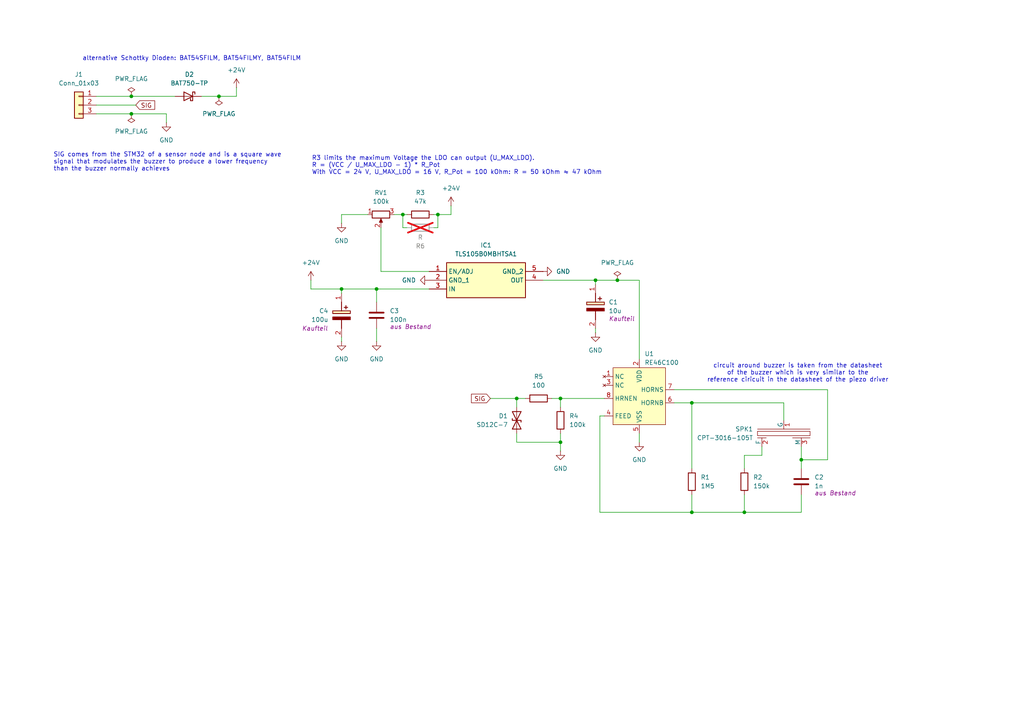
<source format=kicad_sch>
(kicad_sch (version 20231120) (generator "eeschema") (generator_version "8.0")
  (paper "A4")
  (title_block (title "Soundbox") (date "2024-12-04") (rev "FT25 v1.0") (company "FaSTTUBe"))
  (lib_symbols
    (symbol "Connector_Generic:Conn_01x03" (pin_names (offset 1.016) hide)
      (property "Reference" "J" (at 0 5.08 0))
      (property "Value" "Conn_01x03" (at 0 -5.08 0))
      (symbol "Conn_01x03_1_1"
        (rectangle (start -1.27 -2.413) (end 0 -2.667) (stroke (width 0.1524)))
        (rectangle (start -1.27 0.127) (end 0 -0.127) (stroke (width 0.1524)))
        (rectangle (start -1.27 2.667) (end 0 2.413) (stroke (width 0.1524)))
        (rectangle (start -1.27 3.81) (end 1.27 -3.81) (stroke (width 0.254)) (fill (type background)))
        (pin passive line (at -5.08 2.54 0) (length 3.81) (name "Pin_1") (number "1"))
        (pin passive line (at -5.08 0 0) (length 3.81) (name "Pin_2") (number "2"))
        (pin passive line (at -5.08 -2.54 0) (length 3.81) (name "Pin_3") (number "3"))
      )
    )
    (symbol "Device:C" (pin_numbers hide) (pin_names (offset 0.254))
      (property "Reference" "C" (at 0.635 2.54 0))
      (property "Value" "C" (at 0.635 -2.54 0))
      (symbol "C_0_1"
        (polyline (pts (xy -2.032 -0.762) (xy 2.032 -0.762)) (stroke (width 0.508)))
        (polyline (pts (xy -2.032 0.762) (xy 2.032 0.762)) (stroke (width 0.508)))
      )
      (symbol "C_1_1"
        (pin passive line (at 0 3.81 270) (length 2.794) (name "~") (number "1"))
        (pin passive line (at 0 -3.81 90) (length 2.794) (name "~") (number "2"))
      )
    )
    (symbol "Device:D_Schottky" (pin_numbers hide) (pin_names (offset 1.016) hide)
      (property "Reference" "D2" (at -0.3175 6.35 0))
      (property "Value" "BAT750-TP" (at -0.3175 3.81 0))
      (symbol "D_Schottky_0_1"
        (polyline (pts (xy 1.27 0) (xy -1.27 0)))
        (polyline (pts (xy 1.27 1.27) (xy 1.27 -1.27) (xy -1.27 0) (xy 1.27 1.27)) (stroke (width 0.254)))
        (polyline (pts (xy -1.905 0.635) (xy -1.905 1.27) (xy -1.27 1.27) (xy -1.27 -1.27) (xy -0.635 -1.27) (xy -0.635 -0.635)) (stroke (width 0.254)))
      )
      (symbol "D_Schottky_1_1"
        (pin passive line (at 3.81 0 180) (length 2.54) (name "A") (number "1"))
        (pin passive line (at -3.81 0 0) (length 2.54) (name "K") (number "3"))
      )
    )
    (symbol "Device:D_TVS" (pin_numbers hide) (pin_names (offset 1.016) hide)
      (property "Reference" "D" (at 0 2.54 0))
      (property "Value" "D_TVS" (at 0 -2.54 0))
      (symbol "D_TVS_0_1"
        (polyline (pts (xy 1.27 0) (xy -1.27 0)))
        (polyline (pts (xy 0.508 1.27) (xy 0 1.27) (xy 0 -1.27) (xy -0.508 -1.27)) (stroke (width 0.254)))
        (polyline (pts (xy -2.54 1.27) (xy -2.54 -1.27) (xy 2.54 1.27) (xy 2.54 -1.27) (xy -2.54 1.27)) (stroke (width 0.254)))
      )
      (symbol "D_TVS_1_1"
        (pin passive line (at -3.81 0 0) (length 2.54) (name "A1") (number "1"))
        (pin passive line (at 3.81 0 180) (length 2.54) (name "A2") (number "2"))
      )
    )
    (symbol "Device:R" (pin_numbers hide) (pin_names (offset 0))
      (property "Reference" "R" (at 2.032 0 90))
      (property "Value" "R" (at 0 0 90))
      (symbol "R_0_1"
        (rectangle (start -1.016 -2.54) (end 1.016 2.54) (stroke (width 0.254)))
      )
      (symbol "R_1_1"
        (pin passive line (at 0 3.81 270) (length 1.27) (name "~") (number "1"))
        (pin passive line (at 0 -3.81 90) (length 1.27) (name "~") (number "2"))
      )
    )
    (symbol "Device:R_Potentiometer" (pin_names (offset 1.016) hide)
      (property "Reference" "RV" (at -4.445 0 90))
      (property "Value" "R_Potentiometer" (at -2.54 0 90))
      (symbol "R_Potentiometer_0_1"
        (polyline (pts (xy 2.54 0) (xy 1.524 0)))
        (polyline (pts (xy 1.143 0) (xy 2.286 0.508) (xy 2.286 -0.508) (xy 1.143 0)) (fill (type outline)))
        (rectangle (start 1.016 2.54) (end -1.016 -2.54) (stroke (width 0.254)))
      )
      (symbol "R_Potentiometer_1_1"
        (pin passive line (at 0 3.81 270) (length 1.27) (name "1") (number "1"))
        (pin passive line (at 3.81 0 180) (length 1.27) (name "2") (number "2"))
        (pin passive line (at 0 -3.81 90) (length 1.27) (name "3") (number "3"))
      )
    )
    (symbol "power:+24V" (power) (pin_numbers hide) (pin_names (offset 0) hide)
      (property "Value" "+24V" (at 0 3.556 0))
      (symbol "+24V_0_1"
        (polyline (pts (xy -0.762 1.27) (xy 0 2.54)))
        (polyline (pts (xy 0 0) (xy 0 2.54)))
        (polyline (pts (xy 0 2.54) (xy 0.762 1.27)))
      )
      (symbol "+24V_1_1"
        (pin power_in line (at 0 0 90) (length 0) (name "~") (number "1"))
      )
    )
    (symbol "power:GND" (power) (pin_numbers hide) (pin_names (offset 0) hide)
      (property "Value" "GND" (at 0 -3.81 0))
      (symbol "GND_0_1"
        (polyline (pts (xy 0 0) (xy 0 -1.27) (xy 1.27 -1.27) (xy 0 -2.54) (xy -1.27 -1.27) (xy 0 -1.27)))
      )
      (symbol "GND_1_1"
        (pin power_in line (at 0 0 270) (length 0) (name "~") (number "1"))
      )
    )
    (symbol "power:PWR_FLAG" (power) (pin_numbers hide) (pin_names (offset 0) hide)
      (property "Value" "PWR_FLAG" (at 0 3.81 0))
      (symbol "PWR_FLAG_0_0"
        (pin power_out line (at 0 0 90) (length 0) (name "~") (number "1"))
      )
      (symbol "PWR_FLAG_0_1"
        (polyline (pts (xy 0 0) (xy 0 1.27) (xy -1.016 1.905) (xy 0 2.54) (xy 1.016 1.905) (xy 0 1.27)))
      )
    )
    (symbol "soundbox:CPT-3016-105T" (pin_names (offset 0))
      (property "Reference" "SPK" (at -5.588 2.54 0))
      (property "Value" "CPT-3016-105T" (at 10.668 2.54 0))
      (symbol "CPT-3016-105T_0_0"
        (pin passive line (at 0 3.81 270) (length 2.54) (name "G") (number "1"))
        (pin passive line (at -6.35 -3.81 90) (length 2.54) (name "F") (number "2"))
        (pin passive line (at 5.08 -3.81 90) (length 2.54) (name "M") (number "3"))
      )
      (symbol "CPT-3016-105T_0_1"
        (rectangle (start -7.62 0.635) (end 7.62 -0.635))
        (polyline (pts (xy -7.62 -1.27) (xy -5.08 -1.27)))
        (polyline (pts (xy 7.62 -1.27) (xy 2.54 -1.27)))
        (polyline (pts (xy 7.62 1.27) (xy -7.62 1.27)))
      )
    )
    (symbol "soundbox:EEE-FK1V100R" (pin_names hide)
      (property "Reference" "C" (at 8.89 6.35 0))
      (property "Value" "EEE-FK1V100R" (at 8.89 3.81 0))
      (symbol "EEE-FK1V100R_1_1"
        (polyline (pts (xy 2.54 0) (xy 5.08 0)) (stroke (width 0.254)))
        (polyline (pts (xy 4.064 1.778) (xy 4.064 0.762)) (stroke (width 0.254)))
        (polyline (pts (xy 4.572 1.27) (xy 3.556 1.27)) (stroke (width 0.254)))
        (polyline (pts (xy 7.62 0) (xy 10.16 0)) (stroke (width 0.254)))
        (polyline (pts (xy 7.62 2.54) (xy 7.62 -2.54) (xy 6.858 -2.54) (xy 6.858 2.54) (xy 7.62 2.54)) (stroke (width 0.254)) (fill (type outline)))
        (rectangle (start 5.08 2.54) (end 5.842 -2.54) (stroke (width 0.254)) (fill (type background)))
        (pin passive line (at 0 0 0) (length 2.54) (name "+") (number "1"))
        (pin passive line (at 12.7 0 180) (length 2.54) (name "-") (number "2"))
      )
    )
    (symbol "soundbox:EEE-FT1V101AP" (pin_names hide)
      (property "Reference" "C" (at 8.89 6.35 0))
      (property "Value" "EEE-FT1V101AP" (at 8.89 3.81 0))
      (symbol "EEE-FT1V101AP_1_1"
        (polyline (pts (xy 2.54 0) (xy 5.08 0)) (stroke (width 0.254)))
        (polyline (pts (xy 4.064 1.778) (xy 4.064 0.762)) (stroke (width 0.254)))
        (polyline (pts (xy 4.572 1.27) (xy 3.556 1.27)) (stroke (width 0.254)))
        (polyline (pts (xy 7.62 0) (xy 10.16 0)) (stroke (width 0.254)))
        (polyline (pts (xy 7.62 2.54) (xy 7.62 -2.54) (xy 6.858 -2.54) (xy 6.858 2.54) (xy 7.62 2.54)) (stroke (width 0.254)) (fill (type outline)))
        (rectangle (start 5.08 2.54) (end 5.842 -2.54) (stroke (width 0.254)) (fill (type background)))
        (pin passive line (at 0 0 0) (length 2.54) (name "+") (number "1"))
        (pin passive line (at 12.7 0 180) (length 2.54) (name "-") (number "2"))
      )
    )
    (symbol "soundbox:RE46C100"
      (property "Reference" "U" (at -6.604 9.144 0))
      (property "Value" "RE46C100" (at 5.842 9.144 0))
      (symbol "RE46C100_0_0"
        (pin no_connect line (at -10.16 5.08 0) (length 2.54) (name "NC") (number "1"))
        (pin power_in line (at 0 10.16 270) (length 2.54) (name "VDD") (number "2"))
        (pin no_connect line (at -10.16 2.54 0) (length 2.54) (name "NC") (number "3"))
        (pin input line (at -10.16 -6.35 0) (length 2.54) (name "FEED") (number "4"))
        (pin power_in line (at 0 -11.43 90) (length 2.54) (name "VSS") (number "5"))
        (pin output line (at 10.16 -2.54 180) (length 2.54) (name "HORNB") (number "6"))
        (pin output line (at 10.16 1.27 180) (length 2.54) (name "HORNS") (number "7"))
        (pin input line (at -10.16 -1.27 0) (length 2.54) (name "HRNEN") (number "8"))
      )
      (symbol "RE46C100_1_1"
        (rectangle (start -7.62 7.62) (end 7.62 -8.89) (fill (type background)))
      )
    )
    (symbol "soundbox:TLS105B0MBHTSA1"
      (property "Reference" "IC" (at 29.21 7.62 0))
      (property "Value" "TLS105B0MBHTSA1" (at 29.21 5.08 0))
      (symbol "TLS105B0MBHTSA1_1_1"
        (rectangle (start 5.08 2.54) (end 27.94 -7.62) (stroke (width 0.254)) (fill (type background)))
        (pin passive line (at 0 0 0) (length 5.08) (name "EN/ADJ") (number "1"))
        (pin passive line (at 0 -2.54 0) (length 5.08) (name "GND_1") (number "2"))
        (pin passive line (at 0 -5.08 0) (length 5.08) (name "IN") (number "3"))
        (pin passive line (at 33.02 -2.54 180) (length 5.08) (name "OUT") (number "4"))
        (pin passive line (at 33.02 0 180) (length 5.08) (name "GND_2") (number "5"))
      )
    )
  )
  (junction (at 162.56 128.27))
  (junction (at 38.1 27.94))
  (junction (at 232.41 133.35))
  (junction (at 179.07 81.28))
  (junction (at 63.5 27.94))
  (junction (at 99.06 83.82))
  (junction (at 172.72 81.28))
  (junction (at 38.1 33.02))
  (junction (at 116.84 62.23))
  (junction (at 109.22 83.82))
  (junction (at 127 62.23))
  (junction (at 149.86 115.57))
  (junction (at 200.66 148.59))
  (junction (at 200.66 116.84))
  (junction (at 215.9 148.59))
  (junction (at 162.56 115.57))
  (wire (pts (xy 27.94 27.94) (xy 38.1 27.94)))
  (wire (pts (xy 99.06 83.82) (xy 99.06 85.09)))
  (wire (pts (xy 160.02 115.57) (xy 162.56 115.57)))
  (wire (pts (xy 232.41 129.54) (xy 232.41 133.35)))
  (wire (pts (xy 215.9 135.89) (xy 215.9 132.08)))
  (wire (pts (xy 195.58 116.84) (xy 200.66 116.84)))
  (wire (pts (xy 125.73 62.23) (xy 127 62.23)))
  (wire (pts (xy 27.94 33.02) (xy 38.1 33.02)))
  (wire (pts (xy 109.22 83.82) (xy 124.46 83.82)))
  (wire (pts (xy 109.22 95.25) (xy 109.22 99.06)))
  (wire (pts (xy 162.56 115.57) (xy 175.26 115.57)))
  (wire (pts (xy 118.11 66.04) (xy 116.84 66.04)))
  (wire (pts (xy 48.26 33.02) (xy 48.26 35.56)))
  (wire (pts (xy 185.42 125.73) (xy 185.42 128.27)))
  (wire (pts (xy 63.5 27.94) (xy 68.58 27.94)))
  (wire (pts (xy 149.86 128.27) (xy 162.56 128.27)))
  (wire (pts (xy 27.94 30.48) (xy 39.37 30.48)))
  (wire (pts (xy 200.66 143.51) (xy 200.66 148.59)))
  (wire (pts (xy 232.41 133.35) (xy 240.03 133.35)))
  (wire (pts (xy 109.22 83.82) (xy 99.06 83.82)))
  (wire (pts (xy 240.03 113.03) (xy 195.58 113.03)))
  (wire (pts (xy 90.17 81.28) (xy 90.17 83.82)))
  (wire (pts (xy 200.66 116.84) (xy 227.33 116.84)))
  (wire (pts (xy 58.42 27.94) (xy 63.5 27.94)))
  (wire (pts (xy 215.9 132.08) (xy 220.98 132.08)))
  (wire (pts (xy 162.56 125.73) (xy 162.56 128.27)))
  (wire (pts (xy 232.41 143.51) (xy 232.41 148.59)))
  (wire (pts (xy 172.72 81.28) (xy 172.72 82.55)))
  (wire (pts (xy 127 66.04) (xy 127 62.23)))
  (wire (pts (xy 232.41 133.35) (xy 232.41 135.89)))
  (wire (pts (xy 220.98 132.08) (xy 220.98 129.54)))
  (wire (pts (xy 149.86 115.57) (xy 152.4 115.57)))
  (wire (pts (xy 118.11 62.23) (xy 116.84 62.23)))
  (wire (pts (xy 110.49 66.04) (xy 110.49 78.74)))
  (wire (pts (xy 149.86 125.73) (xy 149.86 128.27)))
  (wire (pts (xy 116.84 66.04) (xy 116.84 62.23)))
  (wire (pts (xy 215.9 148.59) (xy 232.41 148.59)))
  (wire (pts (xy 116.84 62.23) (xy 114.3 62.23)))
  (wire (pts (xy 99.06 64.77) (xy 99.06 62.23)))
  (wire (pts (xy 142.24 115.57) (xy 149.86 115.57)))
  (wire (pts (xy 173.99 148.59) (xy 200.66 148.59)))
  (wire (pts (xy 149.86 115.57) (xy 149.86 118.11)))
  (wire (pts (xy 162.56 128.27) (xy 162.56 130.81)))
  (wire (pts (xy 185.42 81.28) (xy 185.42 104.14)))
  (wire (pts (xy 99.06 83.82) (xy 90.17 83.82)))
  (wire (pts (xy 127 62.23) (xy 130.81 62.23)))
  (wire (pts (xy 162.56 115.57) (xy 162.56 118.11)))
  (wire (pts (xy 200.66 116.84) (xy 200.66 135.89)))
  (wire (pts (xy 173.99 120.65) (xy 173.99 148.59)))
  (wire (pts (xy 38.1 33.02) (xy 48.26 33.02)))
  (wire (pts (xy 110.49 78.74) (xy 124.46 78.74)))
  (wire (pts (xy 172.72 81.28) (xy 179.07 81.28)))
  (wire (pts (xy 68.58 25.4) (xy 68.58 27.94)))
  (wire (pts (xy 227.33 116.84) (xy 227.33 121.92)))
  (wire (pts (xy 38.1 27.94) (xy 50.8 27.94)))
  (wire (pts (xy 130.81 62.23) (xy 130.81 59.69)))
  (wire (pts (xy 99.06 97.79) (xy 99.06 99.06)))
  (wire (pts (xy 200.66 148.59) (xy 215.9 148.59)))
  (wire (pts (xy 172.72 95.25) (xy 172.72 96.52)))
  (wire (pts (xy 215.9 143.51) (xy 215.9 148.59)))
  (wire (pts (xy 175.26 120.65) (xy 173.99 120.65)))
  (wire (pts (xy 179.07 81.28) (xy 185.42 81.28)))
  (wire (pts (xy 157.48 81.28) (xy 172.72 81.28)))
  (wire (pts (xy 240.03 133.35) (xy 240.03 113.03)))
  (wire (pts (xy 99.06 62.23) (xy 106.68 62.23)))
  (wire (pts (xy 109.22 83.82) (xy 109.22 87.63)))
  (wire (pts (xy 125.73 66.04) (xy 127 66.04)))
  (text "R3 limits the maximum Voltage the LDO can output (U_MAX_LDO).\nR = (VCC / U_MAX_LDO - 1) * R_Pot\nWith VCC = 24 V, U_MAX_LDO = 16 V, R_Pot = 100 kOhm: R = 50 kOhm ≈ 47 kOhm" (at 90.424 48.006 0) (effects (font (size 1.27 1.27)) (justify left)))
  (text "circuit around buzzer is taken from the datasheet\nof the buzzer which is very similar to the\nreference ciricuit in the datasheet of the piezo driver" (at 231.394 108.204 0) (effects (font (size 1.27 1.27))))
  (text "alternative Schottky Dioden: BAT54SFILM, BAT54FILMY, BAT54FILM" (at 55.626 17.018 0) (effects (font (size 1.27 1.27))))
  (text "SIG comes from the STM32 of a sensor node and is a square wave\nsignal that modulates the buzzer to produce a lower frequency\nthan the buzzer normally achieves" (at 15.494 46.99 0) (effects (font (size 1.27 1.27)) (justify left)))
  (global_label "SIG" (shape input) (at 142.24 115.57 180) (property "Intersheetrefs" "${INTERSHEET_REFS}" (effects (hide yes))))
  (global_label "SIG" (shape input) (at 39.37 30.48 0) (property "Intersheetrefs" "${INTERSHEET_REFS}" (effects (hide yes))))
  (symbol (lib_id "power:+24V") (at 68.58 25.4 0) (unit 1)
    (property "Reference" "#PWR02" (effects (hide yes)))
    (property "Value" "+24V" (at 68.58 20.32 0))
    (property "Description" "Power symbol creates a global label with name \"+24V\"" (effects (hide yes)))
  )
  (symbol (lib_id "Device:C") (at 109.22 91.44 0) (unit 1)
    (property "Reference" "C3" (at 113.03 90.1699 0) (effects (justify left)))
    (property "Value" "100n" (at 113.03 92.7099 0) (effects (justify left)))
    (property "Footprint" "Capacitor_SMD:C_0603_1608Metric_Pad1.08x0.95mm_HandSolder" (effects (hide yes)))
    (property "Description" "Unpolarized capacitor" (effects (hide yes)))
    (property "source" "aus Bestand" (at 113.03 94.742 0) (effects (font (italic yes)) (justify left)))
  )
  (symbol (lib_id "power:+24V") (at 90.17 81.28 0) (unit 1)
    (property "Reference" "#PWR08" (effects (hide yes)))
    (property "Value" "+24V" (at 90.17 76.2 0))
    (property "Description" "Power symbol creates a global label with name \"+24V\"" (effects (hide yes)))
  )
  (symbol (lib_id "Device:C") (at 232.41 139.7 0) (unit 1)
    (property "Reference" "C2" (at 236.22 138.4299 0) (effects (justify left)))
    (property "Value" "1n" (at 236.22 140.9699 0) (effects (justify left)))
    (property "Footprint" "Capacitor_SMD:C_0603_1608Metric_Pad1.08x0.95mm_HandSolder" (effects (hide yes)))
    (property "Description" "Unpolarized capacitor" (effects (hide yes)))
    (property "source" "aus Bestand" (at 236.22 143.002 0) (effects (font (italic yes)) (justify left)))
  )
  (symbol (lib_id "power:GND") (at 99.06 99.06 0) (unit 1)
    (property "Reference" "#PWR09" (effects (hide yes)))
    (property "Value" "GND" (at 99.06 104.14 0))
    (property "Description" "Power symbol creates a global label with name \"GND\" , ground" (effects (hide yes)))
  )
  (symbol (lib_id "power:+24V") (at 130.81 59.69 0) (mirror y) (unit 1)
    (property "Reference" "#PWR011" (effects (hide yes)))
    (property "Value" "+24V" (at 130.81 54.61 0))
    (property "Description" "Power symbol creates a global label with name \"+24V\"" (effects (hide yes)))
  )
  (symbol (lib_id "Device:D_Schottky") (at 54.61 27.94 0) (mirror y) (unit 1)
    (property "Reference" "D2" (at 54.9275 21.59 0))
    (property "Value" "BAT750-TP" (at 54.9275 24.13 0))
    (property "Footprint" "Package_TO_SOT_SMD:SOT-23_Handsoldering" (effects (hide yes)))
    (property "Datasheet" "https://eu.mouser.com/datasheet/2/258/BAT750_SOT_23_-3365222.pdf" (effects (hide yes)))
    (property "Description" "Schottky diode" (effects (hide yes)))
  )
  (symbol (lib_id "Connector_Generic:Conn_01x03") (at 22.86 30.48 0) (mirror y) (unit 1)
    (property "Reference" "J1" (at 22.86 21.59 0))
    (property "Value" "Conn_01x03" (at 22.86 24.13 0))
    (property "Footprint" "Connector_Wire:SolderWire-0.25sqmm_1x03_P4.5mm_D0.65mm_OD2mm" (effects (hide yes)))
    (property "Description" "Generic connector, single row, 01x03, script generated (kicad-library-utils/schlib/autogen/connector/)" (effects (hide yes)))
  )
  (symbol (lib_id "power:GND") (at 99.06 64.77 0) (unit 1)
    (property "Reference" "#PWR012" (effects (hide yes)))
    (property "Value" "GND" (at 99.06 69.85 0))
    (property "Description" "Power symbol creates a global label with name \"GND\" , ground" (effects (hide yes)))
  )
  (symbol (lib_id "soundbox:EEE-FK1V100R") (at 172.72 82.55 270) (unit 1)
    (property "Reference" "C1" (at 176.53 87.6299 90) (effects (justify left)))
    (property "Value" "10u" (at 176.53 90.1699 90) (effects (justify left)))
    (property "Footprint" "soundbox:EEE0GA101SR" (effects (hide yes)))
    (property "Datasheet" "http://industrial.panasonic.com/cdbs/www-data/pdf/RDE0000/ABA0000C1181.pdf" (effects (hide yes)))
    (property "Description" "Aluminum Electrolytic Capacitors - SMD 10uF 35V" (effects (hide yes)))
    (property "Height" "6.5" (effects (hide yes)))
    (property "Mouser Part Number" "667-EEE-FK1V100R" (effects (hide yes)))
    (property "Mouser Price/Stock" "https://www.mouser.co.uk/ProductDetail/Panasonic/EEE-FK1V100R?qs=qE6bgDGEOCsyhLm838k2dA%3D%3D" (effects (hide yes)))
    (property "Manufacturer_Name" "Panasonic" (effects (hide yes)))
    (property "Manufacturer_Part_Number" "EEE-FK1V100R" (effects (hide yes)))
    (property "source" "Kaufteil" (at 176.53 92.456 90) (effects (font (italic yes)) (justify left)))
  )
  (symbol (lib_id "power:GND") (at 162.56 130.81 0) (unit 1)
    (property "Reference" "#PWR07" (effects (hide yes)))
    (property "Value" "GND" (at 162.56 135.89 0))
    (property "Description" "Power symbol creates a global label with name \"GND\" , ground" (effects (hide yes)))
  )
  (symbol (lib_id "soundbox:TLS105B0MBHTSA1") (at 124.46 78.74 0) (unit 1)
    (property "Reference" "IC1" (at 140.97 71.12 0))
    (property "Value" "TLS105B0MBHTSA1" (at 140.97 73.66 0))
    (property "Footprint" "soundbox:PG-SCT595-5" (effects (hide yes)))
    (property "Datasheet" "https://componentsearchengine.com/Datasheets/1/TLS105B0MBHTSA1.pdf" (effects (hide yes)))
    (property "Description" "LDO Voltage Regulators LINEAR VOLTAGE REGULATOR" (effects (hide yes)))
    (property "Height" "1.1" (effects (hide yes)))
    (property "Mouser Part Number" "726-TLS105B0MBHTSA1" (effects (hide yes)))
    (property "Mouser Price/Stock" "https://www.mouser.co.uk/ProductDetail/Infineon-Technologies/TLS105B0MBHTSA1?qs=F5EMLAvA7ID68BPIw0f4TQ%3D%3D" (effects (hide yes)))
    (property "Manufacturer_Name" "Infineon" (effects (hide yes)))
    (property "Manufacturer_Part_Number" "TLS105B0MBHTSA1" (effects (hide yes)))
  )
  (symbol (lib_id "Device:D_TVS") (at 149.86 121.92 270) (unit 1)
    (property "Reference" "D1" (at 147.32 120.6499 90) (effects (justify right)))
    (property "Value" "SD12C-7" (at 147.32 123.1899 90) (effects (justify right)))
    (property "Footprint" "Diode_SMD:D_SOD-323_HandSoldering" (effects (hide yes)))
    (property "Datasheet" "https://eu.mouser.com/datasheet/2/115/DIOD_S_A0009691744_1-2543273.pdf" (effects (hide yes)))
    (property "Description" "Bidirectional transient-voltage-suppression diode SD12C-7" (effects (hide yes)))
  )
  (symbol (lib_id "power:PWR_FLAG") (at 63.5 27.94 0) (mirror x) (unit 1)
    (property "Reference" "#FLG03" (effects (hide yes)))
    (property "Value" "PWR_FLAG" (at 63.5 33.02 0))
    (property "Description" "Special symbol for telling ERC where power comes from" (effects (hide yes)))
  )
  (symbol (lib_id "Device:R") (at 121.92 62.23 270) (mirror x) (unit 1)
    (property "Reference" "R3" (at 121.92 55.88 90))
    (property "Value" "47k" (at 121.92 58.42 90))
    (property "Footprint" "Resistor_SMD:R_0603_1608Metric_Pad0.98x0.95mm_HandSolder" (effects (hide yes)))
    (property "Description" "Resistor" (effects (hide yes)))
  )
  (symbol (lib_id "Device:R") (at 121.92 66.04 270) (mirror x) (unit 1) (dnp yes)
    (property "Reference" "R6" (at 121.92 71.374 90))
    (property "Value" "R" (at 121.92 68.834 90))
    (property "Footprint" "Resistor_SMD:R_0603_1608Metric_Pad0.98x0.95mm_HandSolder" (effects (hide yes)))
    (property "Description" "Resistor" (effects (hide yes)))
  )
  (symbol (lib_id "Device:R_Potentiometer") (at 110.49 62.23 90) (mirror x) (unit 1)
    (property "Reference" "RV1" (at 110.49 55.88 90))
    (property "Value" "100k" (at 110.49 58.42 90))
    (property "Footprint" "soundbox:06TR4FA104DPR" (effects (hide yes)))
    (property "Datasheet" "https://www.mouser.de/datasheet/2/96/CTS_Trimmer_Potentiometer_06TR_Datasheet-3400490.pdf" (effects (hide yes)))
    (property "Description" "Potentiometer 06TR4FA104DPR" (effects (hide yes)))
    (property "MMN" "06TR4FA104DPR" (effects (hide yes)))
  )
  (symbol (lib_id "soundbox:EEE-FT1V101AP") (at 99.06 85.09 270) (unit 1)
    (property "Reference" "C4" (at 95.25 90.1699 90) (effects (justify right)))
    (property "Value" "100u" (at 95.25 92.7099 90) (effects (justify right)))
    (property "Footprint" "soundbox:EEE1AA101SP" (effects (hide yes)))
    (property "Datasheet" "http://industrial.panasonic.com/cdbs/www-data/pdf/RDE0000/ABA0000C1240.pdf" (effects (hide yes)))
    (property "Description" "Aluminum Electrolytic Capacitors - SMD 100uF 35volts 6.3x5.8mm SMD" (effects (hide yes)))
    (property "Height" "7.8" (effects (hide yes)))
    (property "Mouser Part Number" "667-EEE-FT1V101AP" (effects (hide yes)))
    (property "Mouser Price/Stock" "https://www.mouser.co.uk/ProductDetail/Panasonic/EEE-FT1V101AP?qs=CMJjuEs1%252BuEsbOqam%2FkTqg%3D%3D" (effects (hide yes)))
    (property "Manufacturer_Name" "Panasonic" (effects (hide yes)))
    (property "Manufacturer_Part_Number" "EEE-FT1V101AP" (effects (hide yes)))
    (property "source" "Kaufteil" (at 94.996 95.25 90) (effects (font (italic yes)) (justify right)))
  )
  (symbol (lib_id "power:GND") (at 185.42 128.27 0) (unit 1)
    (property "Reference" "#PWR03" (effects (hide yes)))
    (property "Value" "GND" (at 185.42 133.35 0))
    (property "Description" "Power symbol creates a global label with name \"GND\" , ground" (effects (hide yes)))
  )
  (symbol (lib_id "power:GND") (at 109.22 99.06 0) (unit 1)
    (property "Reference" "#PWR010" (effects (hide yes)))
    (property "Value" "GND" (at 109.22 104.14 0))
    (property "Description" "Power symbol creates a global label with name \"GND\" , ground" (effects (hide yes)))
  )
  (symbol (lib_id "power:GND") (at 48.26 35.56 0) (unit 1)
    (property "Reference" "#PWR01" (effects (hide yes)))
    (property "Value" "GND" (at 48.26 40.64 0))
    (property "Description" "Power symbol creates a global label with name \"GND\" , ground" (effects (hide yes)))
  )
  (symbol (lib_id "Device:R") (at 156.21 115.57 90) (unit 1)
    (property "Reference" "R5" (at 156.21 109.22 90))
    (property "Value" "100" (at 156.21 111.76 90))
    (property "Footprint" "Resistor_SMD:R_0603_1608Metric_Pad0.98x0.95mm_HandSolder" (effects (hide yes)))
    (property "Description" "Resistor" (effects (hide yes)))
  )
  (symbol (lib_id "power:PWR_FLAG") (at 179.07 81.28 0) (unit 1)
    (property "Reference" "#FLG04" (effects (hide yes)))
    (property "Value" "PWR_FLAG" (at 179.07 76.2 0))
    (property "Description" "Special symbol for telling ERC where power comes from" (effects (hide yes)))
  )
  (symbol (lib_id "power:PWR_FLAG") (at 38.1 33.02 0) (mirror x) (unit 1)
    (property "Reference" "#FLG02" (effects (hide yes)))
    (property "Value" "PWR_FLAG" (at 38.1 38.1 0))
    (property "Description" "Special symbol for telling ERC where power comes from" (effects (hide yes)))
  )
  (symbol (lib_id "Device:R") (at 215.9 139.7 0) (unit 1)
    (property "Reference" "R2" (at 218.44 138.4299 0) (effects (justify left)))
    (property "Value" "150k" (at 218.44 140.9699 0) (effects (justify left)))
    (property "Footprint" "Resistor_SMD:R_0603_1608Metric_Pad0.98x0.95mm_HandSolder" (effects (hide yes)))
    (property "Description" "Resistor" (effects (hide yes)))
  )
  (symbol (lib_id "Device:R") (at 162.56 121.92 0) (unit 1)
    (property "Reference" "R4" (at 165.1 120.6499 0) (effects (justify left)))
    (property "Value" "100k" (at 165.1 123.1899 0) (effects (justify left)))
    (property "Footprint" "Resistor_SMD:R_0603_1608Metric_Pad0.98x0.95mm_HandSolder" (effects (hide yes)))
    (property "Description" "Resistor" (effects (hide yes)))
  )
  (symbol (lib_id "power:GND") (at 172.72 96.52 0) (unit 1)
    (property "Reference" "#PWR06" (effects (hide yes)))
    (property "Value" "GND" (at 172.72 101.6 0))
    (property "Description" "Power symbol creates a global label with name \"GND\" , ground" (effects (hide yes)))
  )
  (symbol (lib_id "power:GND") (at 157.48 78.74 90) (unit 1)
    (property "Reference" "#PWR04" (effects (hide yes)))
    (property "Value" "GND" (at 161.29 78.7399 90) (effects (justify right)))
    (property "Description" "Power symbol creates a global label with name \"GND\" , ground" (effects (hide yes)))
  )
  (symbol (lib_id "power:PWR_FLAG") (at 38.1 27.94 0) (unit 1)
    (property "Reference" "#FLG01" (effects (hide yes)))
    (property "Value" "PWR_FLAG" (at 38.1 22.86 0))
    (property "Description" "Special symbol for telling ERC where power comes from" (effects (hide yes)))
  )
  (symbol (lib_id "soundbox:RE46C100") (at 185.42 114.3 0) (unit 1)
    (property "Reference" "U1" (at 186.944 102.616 0) (effects (justify left)))
    (property "Value" "RE46C100" (at 186.944 105.156 0) (effects (justify left)))
    (property "Footprint" "Package_SO:SOIC-8_3.9x4.9mm_P1.27mm" (effects (hide yes)))
    (property "Datasheet" "https://www.mouser.de/datasheet/2/268/20002166B-3443049.pdf" (effects (hide yes)))
    (property "Description" "Piezoelectric Horn Driver Circuit" (effects (hide yes)))
  )
  (symbol (lib_id "soundbox:CPT-3016-105T") (at 227.33 125.73 0) (unit 1)
    (property "Reference" "SPK1" (at 218.44 124.46 0) (effects (justify right)))
    (property "Value" "CPT-3016-105T" (at 218.44 127 0) (effects (justify right)))
    (property "Footprint" "soundbox:CPT-3016-105T" (effects (hide yes)))
    (property "Datasheet" "https://www.mouser.de/datasheet/2/1628/cpt_3016_105t-3509585.pdf" (effects (hide yes)))
    (property "Description" "PIEZO BUZZER TRANSDUCER" (effects (hide yes)))
  )
  (symbol (lib_id "power:GND") (at 124.46 81.28 270) (unit 1)
    (property "Reference" "#PWR05" (effects (hide yes)))
    (property "Value" "GND" (at 120.65 81.2799 90) (effects (justify right)))
    (property "Description" "Power symbol creates a global label with name \"GND\" , ground" (effects (hide yes)))
  )
  (symbol (lib_id "Device:R") (at 200.66 139.7 0) (unit 1)
    (property "Reference" "R1" (at 203.2 138.4299 0) (effects (justify left)))
    (property "Value" "1M5" (at 203.2 140.9699 0) (effects (justify left)))
    (property "Footprint" "Resistor_SMD:R_0603_1608Metric_Pad0.98x0.95mm_HandSolder" (effects (hide yes)))
    (property "Description" "Resistor" (effects (hide yes)))
  )
)
</source>
